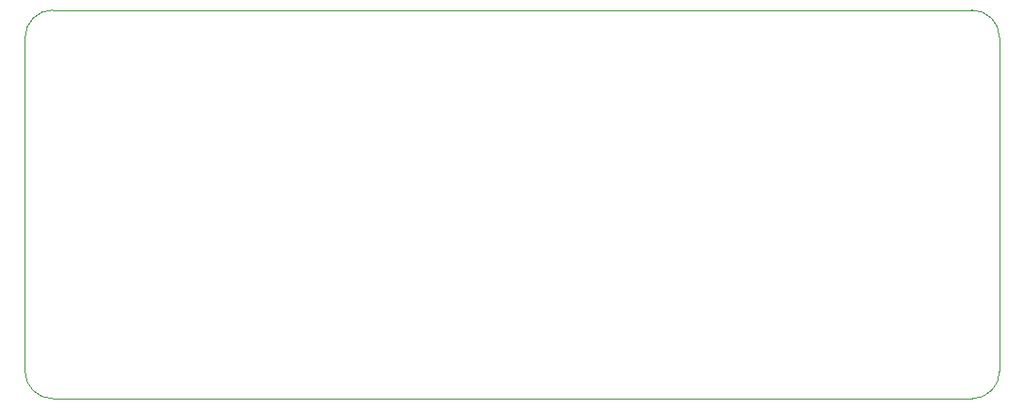
<source format=gbr>
%TF.GenerationSoftware,KiCad,Pcbnew,(7.0.0)*%
%TF.CreationDate,2023-06-08T20:43:27-04:00*%
%TF.ProjectId,tft controller new,74667420-636f-46e7-9472-6f6c6c657220,rev?*%
%TF.SameCoordinates,Original*%
%TF.FileFunction,Profile,NP*%
%FSLAX46Y46*%
G04 Gerber Fmt 4.6, Leading zero omitted, Abs format (unit mm)*
G04 Created by KiCad (PCBNEW (7.0.0)) date 2023-06-08 20:43:27*
%MOMM*%
%LPD*%
G01*
G04 APERTURE LIST*
%TA.AperFunction,Profile*%
%ADD10C,0.100000*%
%TD*%
G04 APERTURE END LIST*
D10*
X148000000Y-113000000D02*
X148000000Y-83000000D01*
X62900000Y-115500000D02*
X145500000Y-115500000D01*
X60400000Y-83000000D02*
X60400000Y-113000000D01*
X145500000Y-80500000D02*
X62900000Y-80500000D01*
X148000000Y-83000000D02*
G75*
G03*
X145500000Y-80500000I-2500000J0D01*
G01*
X145500000Y-115500000D02*
G75*
G03*
X148000000Y-113000000I0J2500000D01*
G01*
X60400002Y-113000000D02*
G75*
G03*
X62900000Y-115500000I2499998J-2D01*
G01*
X62900000Y-80500002D02*
G75*
G03*
X60400000Y-83000000I-2J-2499998D01*
G01*
M02*

</source>
